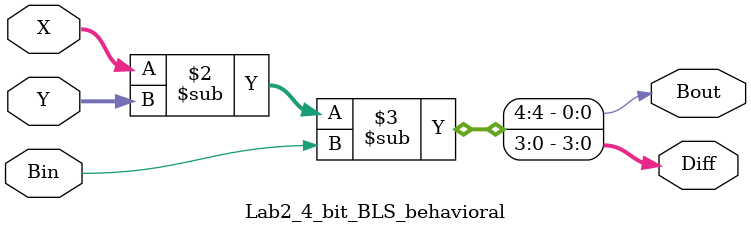
<source format=v>
module Lab2_4_bit_BLS_behavioral (input [3:0]X,Y,input Bin,output reg Bout,output reg [3:0]Diff);
    
    always @(X,Y,Bin)
      begin
        {Bout,Diff}=X-Y-Bin;
      end
endmodule
</source>
